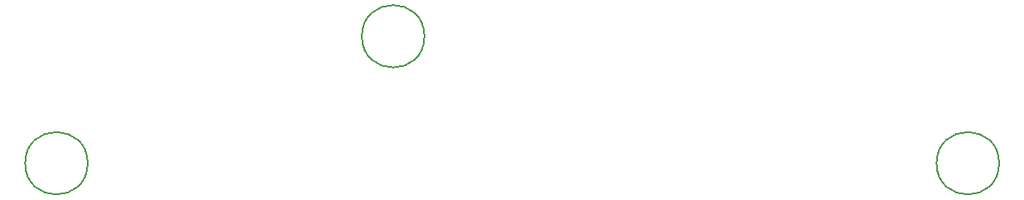
<source format=gbr>
%TF.GenerationSoftware,KiCad,Pcbnew,8.0.3*%
%TF.CreationDate,2024-07-16T22:07:25+01:00*%
%TF.ProjectId,FCPC Breakout PCB,46435043-2042-4726-9561-6b6f75742050,rev?*%
%TF.SameCoordinates,Original*%
%TF.FileFunction,Other,Comment*%
%FSLAX46Y46*%
G04 Gerber Fmt 4.6, Leading zero omitted, Abs format (unit mm)*
G04 Created by KiCad (PCBNEW 8.0.3) date 2024-07-16 22:07:25*
%MOMM*%
%LPD*%
G01*
G04 APERTURE LIST*
%ADD10C,0.150000*%
G04 APERTURE END LIST*
D10*
%TO.C,REF\u002A\u002A*%
X108610000Y-133096000D02*
G75*
G02*
X102210000Y-133096000I-3200000J0D01*
G01*
X102210000Y-133096000D02*
G75*
G02*
X108610000Y-133096000I3200000J0D01*
G01*
X201828000Y-133096000D02*
G75*
G02*
X195428000Y-133096000I-3200000J0D01*
G01*
X195428000Y-133096000D02*
G75*
G02*
X201828000Y-133096000I3200000J0D01*
G01*
X143052400Y-120091200D02*
G75*
G02*
X136652400Y-120091200I-3200000J0D01*
G01*
X136652400Y-120091200D02*
G75*
G02*
X143052400Y-120091200I3200000J0D01*
G01*
%TD*%
M02*

</source>
